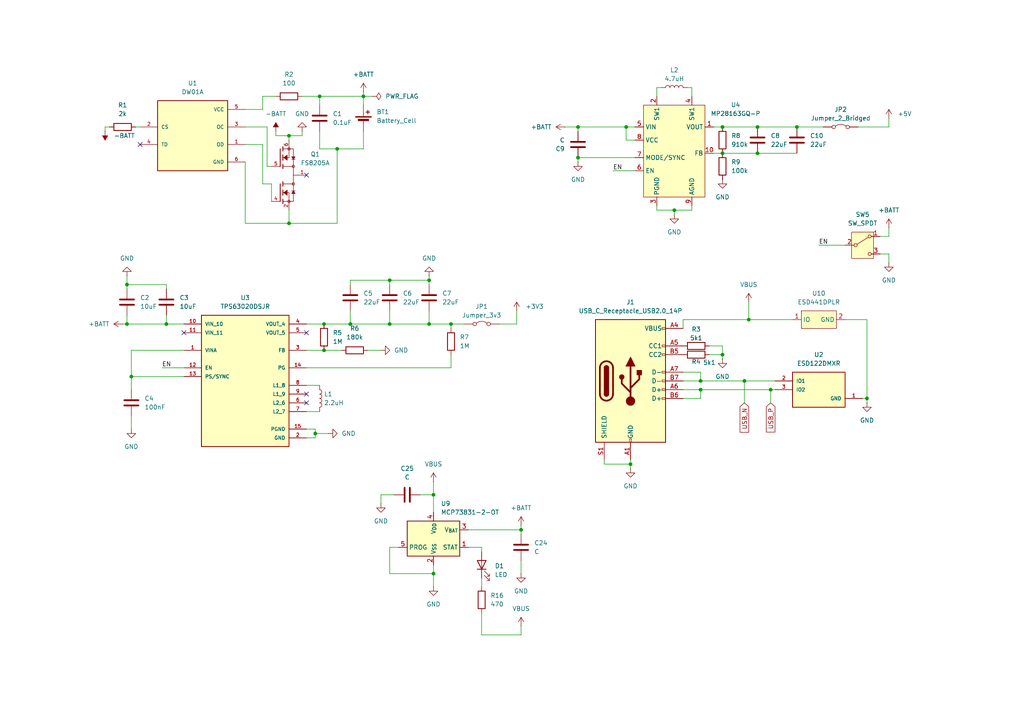
<source format=kicad_sch>
(kicad_sch (version 20250114) (generator "eeschema") (generator_version "9.0")
  (paper "A4")
  (title_block (title "NovaGlider") (date "2025-12-03") (rev "v1.1") (company "NovaGlider") (comment 1 "part of Saint-Barbara college") (comment 2 "created by Sam Vandenabeele"))
  (lib_symbols
    (symbol "Battery_Management:MCP73831-2-OT"
      (property "Reference" "U" (at -7.62 6.35 0))
      (property "Value" "MCP73831-2-OT" (at 1.27 6.35 0))
      (symbol "MCP73831-2-OT_0_1"
        (rectangle (start -7.62 5.08) (end 7.62 -5.08) (stroke (width 0.254)) (fill (type background)))
      )
      (symbol "MCP73831-2-OT_1_1"
        (pin input line (at -10.16 -2.54 0) (length 2.54) (name "PROG") (number "5"))
        (pin power_in line (at 0 7.62 270) (length 2.54) (name "V_{DD}") (number "4"))
        (pin power_in line (at 0 -7.62 90) (length 2.54) (name "V_{SS}") (number "2"))
        (pin power_out line (at 10.16 2.54 180) (length 2.54) (name "V_{BAT}") (number "3"))
        (pin tri_state line (at 10.16 -2.54 180) (length 2.54) (name "STAT") (number "1"))
      )
    )
    (symbol "Connector:USB_C_Receptacle_USB2.0_14P" (pin_names (offset 1.016))
      (property "Reference" "J" (at 0 22.225 0))
      (property "Value" "USB_C_Receptacle_USB2.0_14P" (at 0 19.685 0))
      (symbol "USB_C_Receptacle_USB2.0_14P_0_0"
        (rectangle (start -0.254 -17.78) (end 0.254 -16.764))
        (rectangle (start 10.16 15.494) (end 9.144 14.986))
        (rectangle (start 10.16 10.414) (end 9.144 9.906))
        (rectangle (start 10.16 7.874) (end 9.144 7.366))
        (rectangle (start 10.16 2.794) (end 9.144 2.286))
        (rectangle (start 10.16 0.254) (end 9.144 -0.254))
        (rectangle (start 10.16 -2.286) (end 9.144 -2.794))
        (rectangle (start 10.16 -4.826) (end 9.144 -5.334))
      )
      (symbol "USB_C_Receptacle_USB2.0_14P_0_1"
        (rectangle (start -10.16 17.78) (end 10.16 -17.78) (stroke (width 0.254)) (fill (type background)))
        (polyline (pts (xy -8.89 -3.81) (xy -8.89 3.81)) (stroke (width 0.508)))
        (rectangle (start -7.62 -3.81) (end -6.35 3.81) (stroke (width 0.254)) (fill (type outline)))
        (arc (start -7.62 3.81) (mid -6.985 4.4423) (end -6.35 3.81) (stroke (width 0.254)))
        (arc (start -7.62 3.81) (mid -6.985 4.4423) (end -6.35 3.81) (stroke (width 0.254)) (fill (type outline)))
        (arc (start -8.89 3.81) (mid -6.985 5.7067) (end -5.08 3.81) (stroke (width 0.508)))
        (arc (start -5.08 -3.81) (mid -6.985 -5.7067) (end -8.89 -3.81) (stroke (width 0.508)))
        (arc (start -6.35 -3.81) (mid -6.985 -4.4423) (end -7.62 -3.81) (stroke (width 0.254)))
        (arc (start -6.35 -3.81) (mid -6.985 -4.4423) (end -7.62 -3.81) (stroke (width 0.254)) (fill (type outline)))
        (polyline (pts (xy -5.08 3.81) (xy -5.08 -3.81)) (stroke (width 0.508)))
        (circle (center -2.54 1.143) (radius 0.635) (stroke (width 0.254)) (fill (type outline)))
        (polyline (pts (xy -1.27 4.318) (xy 0 6.858) (xy 1.27 4.318) (xy -1.27 4.318)) (stroke (width 0.254)) (fill (type outline)))
        (polyline (pts (xy 0 -2.032) (xy 2.54 0.508) (xy 2.54 1.778)) (stroke (width 0.508)))
        (polyline (pts (xy 0 -3.302) (xy -2.54 -0.762) (xy -2.54 0.508)) (stroke (width 0.508)))
        (polyline (pts (xy 0 -5.842) (xy 0 4.318)) (stroke (width 0.508)))
        (circle (center 0 -5.842) (radius 1.27) (fill (type outline)))
        (rectangle (start 1.905 1.778) (end 3.175 3.048) (stroke (width 0.254)) (fill (type outline)))
      )
      (symbol "USB_C_Receptacle_USB2.0_14P_1_1"
        (pin passive line (at -7.62 -22.86 90) (length 5.08) (name "SHIELD") (number "S1"))
        (pin passive line (at 0 -22.86 90) (length 5.08) (name "GND") (number "A1"))
        (pin passive line (at 0 -22.86 90) (length 5.08) (hide yes) (name "GND") (number "A12"))
        (pin passive line (at 0 -22.86 90) (length 5.08) (hide yes) (name "GND") (number "B1"))
        (pin passive line (at 0 -22.86 90) (length 5.08) (hide yes) (name "GND") (number "B12"))
        (pin passive line (at 15.24 15.24 180) (length 5.08) (name "VBUS") (number "A4"))
        (pin passive line (at 15.24 15.24 180) (length 5.08) (hide yes) (name "VBUS") (number "A9"))
        (pin passive line (at 15.24 15.24 180) (length 5.08) (hide yes) (name "VBUS") (number "B4"))
        (pin passive line (at 15.24 15.24 180) (length 5.08) (hide yes) (name "VBUS") (number "B9"))
        (pin bidirectional line (at 15.24 10.16 180) (length 5.08) (name "CC1") (number "A5"))
        (pin bidirectional line (at 15.24 7.62 180) (length 5.08) (name "CC2") (number "B5"))
        (pin bidirectional line (at 15.24 2.54 180) (length 5.08) (name "D-") (number "A7"))
        (pin bidirectional line (at 15.24 0 180) (length 5.08) (name "D-") (number "B7"))
        (pin bidirectional line (at 15.24 -2.54 180) (length 5.08) (name "D+") (number "A6"))
        (pin bidirectional line (at 15.24 -5.08 180) (length 5.08) (name "D+") (number "B6"))
      )
    )
    (symbol "DW01A:DW01A" (pin_names (offset 1.016))
      (property "Reference" "U" (at -10.16 11.43 0))
      (property "Value" "DW01A" (at -10.16 -12.7 0))
      (symbol "DW01A_0_0"
        (rectangle (start -10.16 -10.16) (end 10.16 10.16) (stroke (width 0.254)) (fill (type background)))
        (pin input line (at -15.24 2.54 0) (length 5.08) (name "CS") (number "2"))
        (pin passive line (at -15.24 -2.54 0) (length 5.08) (name "TD") (number "4"))
        (pin power_in line (at 15.24 7.62 180) (length 5.08) (name "VCC") (number "5"))
        (pin output line (at 15.24 2.54 180) (length 5.08) (name "OC") (number "3"))
        (pin output line (at 15.24 -2.54 180) (length 5.08) (name "OD") (number "1"))
        (pin power_in line (at 15.24 -7.62 180) (length 5.08) (name "GND") (number "6"))
      )
    )
    (symbol "Device:Battery_Cell" (pin_numbers (hide yes)) (pin_names (offset 0) (hide yes))
      (property "Reference" "BT" (at 2.54 2.54 0))
      (property "Value" "Battery_Cell" (at 2.54 0 0))
      (symbol "Battery_Cell_0_1"
        (rectangle (start -2.286 1.778) (end 2.286 1.524) (fill (type outline)))
        (rectangle (start -1.524 1.016) (end 1.524 0.508) (fill (type outline)))
        (polyline (pts (xy 0 1.778) (xy 0 2.54)))
        (polyline (pts (xy 0 0.762) (xy 0 0)))
        (polyline (pts (xy 0.762 3.048) (xy 1.778 3.048)) (stroke (width 0.254)))
        (polyline (pts (xy 1.27 3.556) (xy 1.27 2.54)) (stroke (width 0.254)))
      )
      (symbol "Battery_Cell_1_1"
        (pin passive line (at 0 5.08 270) (length 2.54) (name "+") (number "1"))
        (pin passive line (at 0 -2.54 90) (length 2.54) (name "-") (number "2"))
      )
    )
    (symbol "Device:C" (pin_numbers (hide yes)) (pin_names (offset 0.254))
      (property "Reference" "C" (at 0.635 2.54 0))
      (property "Value" "C" (at 0.635 -2.54 0))
      (symbol "C_0_1"
        (polyline (pts (xy -2.032 0.762) (xy 2.032 0.762)) (stroke (width 0.508)))
        (polyline (pts (xy -2.032 -0.762) (xy 2.032 -0.762)) (stroke (width 0.508)))
      )
      (symbol "C_1_1"
        (pin passive line (at 0 3.81 270) (length 2.794) (name "~") (number "1"))
        (pin passive line (at 0 -3.81 90) (length 2.794) (name "~") (number "2"))
      )
    )
    (symbol "Device:L" (pin_numbers (hide yes)) (pin_names (offset 1.016) (hide yes))
      (property "Reference" "L" (at -1.27 0 90))
      (property "Value" "L" (at 1.905 0 90))
      (symbol "L_0_1"
        (arc (start 0 2.54) (mid 0.6323 1.905) (end 0 1.27))
        (arc (start 0 1.27) (mid 0.6323 0.635) (end 0 0))
        (arc (start 0 0) (mid 0.6323 -0.635) (end 0 -1.27))
        (arc (start 0 -1.27) (mid 0.6323 -1.905) (end 0 -2.54))
      )
      (symbol "L_1_1"
        (pin passive line (at 0 3.81 270) (length 1.27) (name "1") (number "1"))
        (pin passive line (at 0 -3.81 90) (length 1.27) (name "2") (number "2"))
      )
    )
    (symbol "Device:LED" (pin_numbers (hide yes)) (pin_names (offset 1.016) (hide yes))
      (property "Reference" "D" (at 0 2.54 0))
      (property "Value" "LED" (at 0 -2.54 0))
      (symbol "LED_0_1"
        (polyline (pts (xy -3.048 -0.762) (xy -4.572 -2.286) (xy -3.81 -2.286) (xy -4.572 -2.286) (xy -4.572 -1.524)))
        (polyline (pts (xy -1.778 -0.762) (xy -3.302 -2.286) (xy -2.54 -2.286) (xy -3.302 -2.286) (xy -3.302 -1.524)))
        (polyline (pts (xy -1.27 0) (xy 1.27 0)))
        (polyline (pts (xy -1.27 -1.27) (xy -1.27 1.27)) (stroke (width 0.254)))
        (polyline (pts (xy 1.27 -1.27) (xy 1.27 1.27) (xy -1.27 0) (xy 1.27 -1.27)) (stroke (width 0.254)))
      )
      (symbol "LED_1_1"
        (pin passive line (at -3.81 0 0) (length 2.54) (name "K") (number "1"))
        (pin passive line (at 3.81 0 180) (length 2.54) (name "A") (number "2"))
      )
    )
    (symbol "Device:R" (pin_numbers (hide yes)) (pin_names (offset 0))
      (property "Reference" "R" (at 2.032 0 90))
      (property "Value" "R" (at 0 0 90))
      (symbol "R_0_1"
        (rectangle (start -1.016 -2.54) (end 1.016 2.54) (stroke (width 0.254)))
      )
      (symbol "R_1_1"
        (pin passive line (at 0 3.81 270) (length 1.27) (name "~") (number "1"))
        (pin passive line (at 0 -3.81 90) (length 1.27) (name "~") (number "2"))
      )
    )
    (symbol "ESD122DMXR:ESD122DMXR" (pin_names (offset 1.016))
      (property "Reference" "U" (at -7.62 6.35 0))
      (property "Value" "ESD122DMXR" (at -7.62 -7.62 0))
      (symbol "ESD122DMXR_0_0"
        (rectangle (start -7.62 -5.08) (end 7.62 5.08) (stroke (width 0.254)) (fill (type background)))
        (pin bidirectional line (at -12.7 2.54 0) (length 5.08) (name "IO1") (number "2"))
        (pin bidirectional line (at -12.7 0 0) (length 5.08) (name "IO2") (number "3"))
        (pin power_in line (at 12.7 -2.54 180) (length 5.08) (name "GND") (number "1"))
      )
    )
    (symbol "ESD441DPLR:ESD441DPLR"
      (property "Reference" "U" (at 5.08 3.302 0))
      (property "Value" "ESD441DPLR" (at 5.08 1.27 0))
      (symbol "ESD441DPLR_1_1"
        (rectangle (start 0 0) (end 10.16 -5.08) (fill (type background)))
        (pin bidirectional line (at -2.54 -2.54 0) (length 2.54) (name "IO") (number "1"))
        (pin power_out line (at 12.7 -2.54 180) (length 2.54) (name "GND") (number "2"))
      )
    )
    (symbol "FS8205A:FS8205A" (pin_names (offset 1.016))
      (property "Reference" "Q" (at -11.43 7.62 0))
      (property "Value" "FS8205A" (at -11.43 -12.7 0))
      (symbol "FS8205A_0_0"
        (polyline (pts (xy -2.54 7.62) (xy -2.54 2.54)) (stroke (width 0.254)))
        (polyline (pts (xy -2.54 -2.54) (xy -2.54 -7.62)) (stroke (width 0.254)))
        (polyline (pts (xy -1.778 8.255) (xy -1.778 7.62)) (stroke (width 0.254)))
        (polyline (pts (xy -1.778 7.62) (xy -1.778 6.985)) (stroke (width 0.254)))
        (polyline (pts (xy -1.778 7.62) (xy 1.27 7.62)) (stroke (width 0.1524)))
        (polyline (pts (xy -1.778 5.842) (xy -1.778 5.08)) (stroke (width 0.254)))
        (polyline (pts (xy -1.778 5.08) (xy -1.778 4.318)) (stroke (width 0.254)))
        (polyline (pts (xy -1.778 5.08) (xy 0 5.08)) (stroke (width 0.1524)))
        (polyline (pts (xy -1.778 3.175) (xy -1.778 2.54)) (stroke (width 0.254)))
        (polyline (pts (xy -1.778 2.54) (xy -1.778 1.905)) (stroke (width 0.254)))
        (polyline (pts (xy -1.778 -1.905) (xy -1.778 -2.54)) (stroke (width 0.254)))
        (polyline (pts (xy -1.778 -2.54) (xy -1.778 -3.175)) (stroke (width 0.254)))
        (polyline (pts (xy -1.778 -2.54) (xy 1.27 -2.54)) (stroke (width 0.1524)))
        (polyline (pts (xy -1.778 -4.318) (xy -1.778 -5.08)) (stroke (width 0.254)))
        (polyline (pts (xy -1.778 -5.08) (xy -1.778 -5.842)) (stroke (width 0.254)))
        (polyline (pts (xy -1.778 -5.08) (xy 0 -5.08)) (stroke (width 0.1524)))
        (polyline (pts (xy -1.778 -6.985) (xy -1.778 -7.62)) (stroke (width 0.254)))
        (polyline (pts (xy -1.778 -7.62) (xy -1.778 -8.255)) (stroke (width 0.254)))
        (polyline (pts (xy -1.524 5.08) (xy -0.508 5.842) (xy -0.508 4.318) (xy -1.524 5.08)) (stroke (width 0.1524)) (fill (type outline)))
        (polyline (pts (xy -1.524 -5.08) (xy -0.508 -4.318) (xy -0.508 -5.842) (xy -1.524 -5.08)) (stroke (width 0.1524)) (fill (type outline)))
        (circle (center 0 7.62) (radius 0.3592))
        (polyline (pts (xy 0 7.62) (xy 0 5.08)) (stroke (width 0.1524)))
        (polyline (pts (xy 0 -5.08) (xy 0 -7.62)) (stroke (width 0.1524)))
        (polyline (pts (xy 0 -7.62) (xy -1.778 -7.62)) (stroke (width 0.1524)))
        (polyline (pts (xy 0 -7.62) (xy 1.27 -7.62)) (stroke (width 0.1524)))
        (circle (center 0 -7.62) (radius 0.3592))
        (polyline (pts (xy 0.762 4.572) (xy 1.27 4.572)) (stroke (width 0.1524)))
        (polyline (pts (xy 1.27 4.572) (xy 1.27 7.62)) (stroke (width 0.1524)))
        (polyline (pts (xy 1.27 4.572) (xy 1.778 4.572)) (stroke (width 0.1524)))
        (polyline (pts (xy 1.27 4.572) (xy 1.778 5.334) (xy 0.762 5.334) (xy 1.27 4.572)) (stroke (width 0.1524)) (fill (type outline)))
        (polyline (pts (xy 1.27 2.54) (xy -1.778 2.54)) (stroke (width 0.1524)))
        (polyline (pts (xy 1.27 2.54) (xy 1.27 4.572)) (stroke (width 0.1524)))
        (circle (center 1.27 2.54) (radius 0.3592))
        (polyline (pts (xy 1.27 0) (xy 1.27 2.54)) (stroke (width 0.1524)))
        (polyline (pts (xy 1.27 0) (xy 2.54 0)) (stroke (width 0.1524)))
        (polyline (pts (xy 1.27 -2.54) (xy 1.27 0)) (stroke (width 0.1524)))
        (polyline (pts (xy 1.27 -2.54) (xy 1.27 -4.572)) (stroke (width 0.1524)))
        (circle (center 1.27 -2.54) (radius 0.3592))
        (polyline (pts (xy 1.27 -4.572) (xy 0.762 -4.572)) (stroke (width 0.1524)))
        (polyline (pts (xy 1.27 -4.572) (xy 1.27 -7.62)) (stroke (width 0.1524)))
        (polyline (pts (xy 1.27 -4.572) (xy 0.762 -5.334) (xy 1.778 -5.334) (xy 1.27 -4.572)) (stroke (width 0.1524)) (fill (type outline)))
        (polyline (pts (xy 1.778 -4.572) (xy 1.27 -4.572)) (stroke (width 0.1524)))
        (pin passive line (at -5.08 2.54 0) (length 2.54) (name "~") (number "5"))
        (pin passive line (at -5.08 -7.62 0) (length 2.54) (name "~") (number "4"))
        (pin passive line (at 0 10.16 270) (length 2.54) (name "~") (number "6"))
        (pin passive line (at 0 10.16 270) (length 2.54) (hide yes) (name "~") (number "7"))
        (pin passive line (at 0 -10.16 90) (length 2.54) (name "~") (number "2"))
        (pin passive line (at 0 -10.16 90) (length 2.54) (hide yes) (name "~") (number "3"))
        (pin passive line (at 5.08 0 180) (length 2.54) (name "~") (number "1"))
        (pin passive line (at 5.08 0 180) (length 2.54) (hide yes) (name "~") (number "8"))
      )
    )
    (symbol "Jumper:Jumper_2_Bridged" (pin_numbers (hide yes)) (pin_names (offset 0) (hide yes))
      (property "Reference" "JP" (at 0 1.905 0))
      (property "Value" "Jumper_2_Bridged" (at 0 -2.54 0))
      (symbol "Jumper_2_Bridged_0_0"
        (circle (center -2.032 0) (radius 0.508))
        (circle (center 2.032 0) (radius 0.508))
      )
      (symbol "Jumper_2_Bridged_0_1"
        (arc (start -1.524 0.254) (mid 0 0.762) (end 1.524 0.254))
      )
      (symbol "Jumper_2_Bridged_1_1"
        (pin passive line (at -5.08 0 0) (length 2.54) (name "A") (number "1"))
        (pin passive line (at 5.08 0 180) (length 2.54) (name "B") (number "2"))
      )
    )
    (symbol "MP28163:MP28163"
      (property "Reference" "U" (at 8.89 10.668 0))
      (property "Value" "MP28163GQ-P" (at 9.144 8.128 0))
      (symbol "MP28163_1_1"
        (rectangle (start 0 0) (end 17.78 -26.67) (fill (type background)))
        (pin power_in line (at -2.54 -6.35 0) (length 2.54) (name "VIN") (number "5"))
        (pin power_in line (at -2.54 -10.16 0) (length 2.54) (name "VCC") (number "8"))
        (pin input line (at -2.54 -15.24 0) (length 2.54) (name "MODE/SYNC") (number "7"))
        (pin input line (at -2.54 -19.05 0) (length 2.54) (name "EN") (number "6"))
        (pin input line (at 3.81 2.54 270) (length 2.54) (name "SW1") (number "2"))
        (pin power_in line (at 3.81 -29.21 90) (length 2.54) (name "PGND") (number "3"))
        (pin input line (at 13.97 2.54 270) (length 2.54) (name "SW1") (number "4"))
        (pin power_in line (at 13.97 -29.21 90) (length 2.54) (name "AGND") (number "9"))
        (pin power_out line (at 20.32 -6.35 180) (length 2.54) (name "VOUT") (number "1"))
        (pin output line (at 20.32 -13.97 180) (length 2.54) (name "FB") (number "10"))
      )
    )
    (symbol "Switch:SW_SPDT" (pin_names (offset 0) (hide yes))
      (property "Reference" "SW" (at 0 5.08 0))
      (property "Value" "SW_SPDT" (at 0 -5.08 0))
      (symbol "SW_SPDT_0_1"
        (circle (center -2.032 0) (radius 0.4572))
        (polyline (pts (xy -1.651 0.254) (xy 1.651 2.286)))
        (circle (center 2.032 2.54) (radius 0.4572))
        (circle (center 2.032 -2.54) (radius 0.4572))
      )
      (symbol "SW_SPDT_1_1"
        (rectangle (start -3.175 3.81) (end 3.175 -3.81) (fill (type background)))
        (pin passive line (at -5.08 0 0) (length 2.54) (name "B") (number "2"))
        (pin passive line (at 5.08 2.54 180) (length 2.54) (name "A") (number "1"))
        (pin passive line (at 5.08 -2.54 180) (length 2.54) (name "C") (number "3"))
      )
    )
    (symbol "TPS63020DSJR:TPS63020DSJR" (pin_names (offset 1.016))
      (property "Reference" "U" (at -12.7 19.05 0))
      (property "Value" "TPS63020DSJR" (at -12.7 -21.59 0))
      (symbol "TPS63020DSJR_0_0"
        (rectangle (start -12.7 -20.32) (end 12.7 17.78) (stroke (width 0.254)) (fill (type background)))
        (pin input line (at -17.78 15.24 0) (length 5.08) (name "VIN_10") (number "10"))
        (pin input line (at -17.78 12.7 0) (length 5.08) (name "VIN_11") (number "11"))
        (pin input line (at -17.78 7.62 0) (length 5.08) (name "VINA") (number "1"))
        (pin input line (at -17.78 2.54 0) (length 5.08) (name "EN") (number "12"))
        (pin input line (at -17.78 0 0) (length 5.08) (name "PS/SYNC") (number "13"))
        (pin output line (at 17.78 15.24 180) (length 5.08) (name "VOUT_4") (number "4"))
        (pin output line (at 17.78 12.7 180) (length 5.08) (name "VOUT_5") (number "5"))
        (pin input line (at 17.78 7.62 180) (length 5.08) (name "FB") (number "3"))
        (pin output line (at 17.78 2.54 180) (length 5.08) (name "PG") (number "14"))
        (pin passive line (at 17.78 -2.54 180) (length 5.08) (name "L1_8") (number "8"))
        (pin passive line (at 17.78 -5.08 180) (length 5.08) (name "L1_9") (number "9"))
        (pin passive line (at 17.78 -7.62 180) (length 5.08) (name "L2_6") (number "6"))
        (pin passive line (at 17.78 -10.16 180) (length 5.08) (name "L2_7") (number "7"))
        (pin power_in line (at 17.78 -15.24 180) (length 5.08) (name "PGND") (number "15"))
        (pin power_in line (at 17.78 -17.78 180) (length 5.08) (name "GND") (number "2"))
      )
    )
    (symbol "power:+3V3" (power) (pin_numbers (hide yes)) (pin_names (offset 0) (hide yes))
      (property "Value" "+3V3" (at 0 3.556 0))
      (symbol "+3V3_0_1"
        (polyline (pts (xy -0.762 1.27) (xy 0 2.54)))
        (polyline (pts (xy 0 2.54) (xy 0.762 1.27)))
        (polyline (pts (xy 0 0) (xy 0 2.54)))
      )
      (symbol "+3V3_1_1"
        (pin power_in line (at 0 0 90) (length 0) (name "~") (number "1"))
      )
    )
    (symbol "power:+5V" (power) (pin_numbers (hide yes)) (pin_names (offset 0) (hide yes))
      (property "Value" "+5V" (at 0 3.556 0))
      (symbol "+5V_0_1"
        (polyline (pts (xy -0.762 1.27) (xy 0 2.54)))
        (polyline (pts (xy 0 2.54) (xy 0.762 1.27)))
        (polyline (pts (xy 0 0) (xy 0 2.54)))
      )
      (symbol "+5V_1_1"
        (pin power_in line (at 0 0 90) (length 0) (name "~") (number "1"))
      )
    )
    (symbol "power:+BATT" (power) (pin_numbers (hide yes)) (pin_names (offset 0) (hide yes))
      (property "Value" "+BATT" (at 0 3.556 0))
      (symbol "+BATT_0_1"
        (polyline (pts (xy -0.762 1.27) (xy 0 2.54)))
        (polyline (pts (xy 0 2.54) (xy 0.762 1.27)))
        (polyline (pts (xy 0 0) (xy 0 2.54)))
      )
      (symbol "+BATT_1_1"
        (pin power_in line (at 0 0 90) (length 0) (name "~") (number "1"))
      )
    )
    (symbol "power:-BATT" (power) (pin_numbers (hide yes)) (pin_names (offset 0) (hide yes))
      (property "Value" "-BATT" (at 0 3.556 0))
      (symbol "-BATT_0_1"
        (polyline (pts (xy 0 0) (xy 0 2.54)))
        (polyline (pts (xy 0.762 1.27) (xy -0.762 1.27) (xy 0 2.54) (xy 0.762 1.27)) (fill (type outline)))
      )
      (symbol "-BATT_1_1"
        (pin power_in line (at 0 0 90) (length 0) (name "~") (number "1"))
      )
    )
    (symbol "power:GND" (power) (pin_numbers (hide yes)) (pin_names (offset 0) (hide yes))
      (property "Value" "GND" (at 0 -3.81 0))
      (symbol "GND_0_1"
        (polyline (pts (xy 0 0) (xy 0 -1.27) (xy 1.27 -1.27) (xy 0 -2.54) (xy -1.27 -1.27) (xy 0 -1.27)))
      )
      (symbol "GND_1_1"
        (pin power_in line (at 0 0 270) (length 0) (name "~") (number "1"))
      )
    )
    (symbol "power:PWR_FLAG" (power) (pin_numbers (hide yes)) (pin_names (offset 0) (hide yes))
      (property "Value" "PWR_FLAG" (at 0 3.81 0))
      (symbol "PWR_FLAG_0_0"
        (pin power_out line (at 0 0 90) (length 0) (name "~") (number "1"))
      )
      (symbol "PWR_FLAG_0_1"
        (polyline (pts (xy 0 0) (xy 0 1.27) (xy -1.016 1.905) (xy 0 2.54) (xy 1.016 1.905) (xy 0 1.27)))
      )
    )
    (symbol "power:VBUS" (power) (pin_numbers (hide yes)) (pin_names (offset 0) (hide yes))
      (property "Value" "VBUS" (at 0 3.556 0))
      (symbol "VBUS_0_1"
        (polyline (pts (xy -0.762 1.27) (xy 0 2.54)))
        (polyline (pts (xy 0 2.54) (xy 0.762 1.27)))
        (polyline (pts (xy 0 0) (xy 0 2.54)))
      )
      (symbol "VBUS_1_1"
        (pin power_in line (at 0 0 90) (length 0) (name "~") (number "1"))
      )
    )
  )
  (junction (at 217.17 92.71))
  (junction (at 167.64 45.72))
  (junction (at 209.55 36.83))
  (junction (at 93.98 101.6))
  (junction (at 167.64 36.83))
  (junction (at 130.81 93.98))
  (junction (at 113.03 81.28))
  (junction (at 113.03 93.98))
  (junction (at 219.71 44.45))
  (junction (at 93.98 93.98))
  (junction (at 195.58 60.96))
  (junction (at 125.73 143.51))
  (junction (at 151.13 153.67))
  (junction (at 215.9 110.49))
  (junction (at 125.73 166.37))
  (junction (at 101.6 93.98))
  (junction (at 219.71 36.83))
  (junction (at 251.46 115.57))
  (junction (at 91.44 125.73))
  (junction (at 203.2 110.49))
  (junction (at 83.82 39.37))
  (junction (at 124.46 93.98))
  (junction (at 209.55 102.87))
  (junction (at 105.41 27.94))
  (junction (at 203.2 113.03))
  (junction (at 124.46 81.28))
  (junction (at 36.83 82.55))
  (junction (at 92.71 27.94))
  (junction (at 209.55 44.45))
  (junction (at 48.26 93.98))
  (junction (at 97.79 43.18))
  (junction (at 83.82 64.77))
  (junction (at 182.88 134.62))
  (junction (at 38.1 109.22))
  (junction (at 36.83 93.98))
  (junction (at 223.52 113.03))
  (junction (at 181.61 36.83))
  (junction (at 231.14 36.83))
  (no_connect (at 53.34 96.52))
  (no_connect (at 88.9 114.3))
  (no_connect (at 88.9 50.8))
  (no_connect (at 88.9 96.52))
  (no_connect (at 88.9 116.84))
  (no_connect (at 40.64 41.91))
  (wire (pts (xy 101.6 93.98) (xy 93.98 93.98)))
  (wire (pts (xy 223.52 113.03) (xy 223.52 116.84)))
  (wire (pts (xy 175.26 134.62) (xy 182.88 134.62)))
  (wire (pts (xy 88.9 101.6) (xy 93.98 101.6)))
  (wire (pts (xy 76.2 53.34) (xy 78.74 53.34)))
  (wire (pts (xy 77.47 36.83) (xy 71.12 36.83)))
  (wire (pts (xy 30.48 36.83) (xy 31.75 36.83)))
  (wire (pts (xy 151.13 153.67) (xy 151.13 154.94)))
  (wire (pts (xy 231.14 36.83) (xy 238.76 36.83)))
  (wire (pts (xy 182.88 134.62) (xy 182.88 135.89)))
  (wire (pts (xy 80.01 38.1) (xy 80.01 39.37)))
  (wire (pts (xy 135.89 153.67) (xy 151.13 153.67)))
  (wire (pts (xy 203.2 110.49) (xy 215.9 110.49)))
  (wire (pts (xy 48.26 91.44) (xy 48.26 93.98)))
  (wire (pts (xy 93.98 101.6) (xy 99.06 101.6)))
  (wire (pts (xy 124.46 80.01) (xy 124.46 81.28)))
  (wire (pts (xy 205.74 100.33) (xy 209.55 100.33)))
  (wire (pts (xy 46.99 106.68) (xy 53.34 106.68)))
  (wire (pts (xy 125.73 139.7) (xy 125.73 143.51)))
  (wire (pts (xy 135.89 158.75) (xy 139.7 158.75)))
  (wire (pts (xy 125.73 163.83) (xy 125.73 166.37)))
  (wire (pts (xy 223.52 113.03) (xy 224.79 113.03)))
  (wire (pts (xy 76.2 53.34) (xy 76.2 41.91)))
  (wire (pts (xy 124.46 81.28) (xy 113.03 81.28)))
  (wire (pts (xy 48.26 82.55) (xy 48.26 83.82)))
  (wire (pts (xy 130.81 93.98) (xy 134.62 93.98)))
  (wire (pts (xy 113.03 90.17) (xy 113.03 93.98)))
  (wire (pts (xy 83.82 39.37) (xy 83.82 40.64)))
  (wire (pts (xy 175.26 133.35) (xy 175.26 134.62)))
  (wire (pts (xy 130.81 106.68) (xy 88.9 106.68)))
  (wire (pts (xy 83.82 64.77) (xy 83.82 60.96)))
  (wire (pts (xy 80.01 39.37) (xy 83.82 39.37)))
  (wire (pts (xy 195.58 60.96) (xy 195.58 62.23)))
  (wire (pts (xy 167.64 46.99) (xy 167.64 45.72)))
  (wire (pts (xy 71.12 31.75) (xy 76.2 31.75)))
  (wire (pts (xy 207.01 36.83) (xy 209.55 36.83)))
  (wire (pts (xy 163.83 36.83) (xy 167.64 36.83)))
  (wire (pts (xy 255.27 73.66) (xy 257.81 73.66)))
  (wire (pts (xy 139.7 177.8) (xy 139.7 184.15)))
  (wire (pts (xy 113.03 93.98) (xy 101.6 93.98)))
  (wire (pts (xy 39.37 36.83) (xy 40.64 36.83)))
  (wire (pts (xy 190.5 59.69) (xy 190.5 60.96)))
  (wire (pts (xy 78.74 53.34) (xy 78.74 58.42)))
  (wire (pts (xy 76.2 31.75) (xy 76.2 27.94)))
  (wire (pts (xy 106.68 101.6) (xy 110.49 101.6)))
  (wire (pts (xy 76.2 41.91) (xy 71.12 41.91)))
  (wire (pts (xy 113.03 166.37) (xy 125.73 166.37)))
  (wire (pts (xy 219.71 36.83) (xy 231.14 36.83)))
  (wire (pts (xy 209.55 36.83) (xy 219.71 36.83)))
  (wire (pts (xy 36.83 91.44) (xy 36.83 93.98)))
  (wire (pts (xy 198.12 92.71) (xy 198.12 95.25)))
  (wire (pts (xy 88.9 111.76) (xy 92.71 111.76)))
  (wire (pts (xy 101.6 81.28) (xy 113.03 81.28)))
  (wire (pts (xy 190.5 60.96) (xy 195.58 60.96)))
  (wire (pts (xy 130.81 102.87) (xy 130.81 106.68)))
  (wire (pts (xy 113.03 82.55) (xy 113.03 81.28)))
  (wire (pts (xy 130.81 93.98) (xy 130.81 95.25)))
  (wire (pts (xy 105.41 38.1) (xy 105.41 43.18)))
  (wire (pts (xy 101.6 82.55) (xy 101.6 81.28)))
  (wire (pts (xy 181.61 40.64) (xy 181.61 36.83)))
  (wire (pts (xy 125.73 166.37) (xy 125.73 170.18)))
  (wire (pts (xy 38.1 109.22) (xy 38.1 113.03)))
  (wire (pts (xy 38.1 101.6) (xy 38.1 109.22)))
  (wire (pts (xy 251.46 115.57) (xy 251.46 116.84)))
  (wire (pts (xy 149.86 93.98) (xy 149.86 90.17)))
  (wire (pts (xy 151.13 184.15) (xy 151.13 181.61)))
  (wire (pts (xy 101.6 90.17) (xy 101.6 93.98)))
  (wire (pts (xy 87.63 38.1) (xy 87.63 39.37)))
  (wire (pts (xy 255.27 68.58) (xy 257.81 68.58)))
  (wire (pts (xy 105.41 27.94) (xy 105.41 30.48)))
  (wire (pts (xy 182.88 133.35) (xy 182.88 134.62)))
  (wire (pts (xy 92.71 27.94) (xy 105.41 27.94)))
  (wire (pts (xy 203.2 113.03) (xy 223.52 113.03)))
  (wire (pts (xy 215.9 110.49) (xy 224.79 110.49)))
  (wire (pts (xy 97.79 64.77) (xy 83.82 64.77)))
  (wire (pts (xy 125.73 143.51) (xy 125.73 148.59)))
  (wire (pts (xy 36.83 82.55) (xy 36.83 83.82)))
  (wire (pts (xy 207.01 44.45) (xy 209.55 44.45)))
  (wire (pts (xy 237.49 71.12) (xy 245.11 71.12)))
  (wire (pts (xy 48.26 93.98) (xy 53.34 93.98)))
  (wire (pts (xy 209.55 104.14) (xy 209.55 102.87)))
  (wire (pts (xy 151.13 153.67) (xy 151.13 152.4)))
  (wire (pts (xy 97.79 43.18) (xy 97.79 64.77)))
  (wire (pts (xy 139.7 167.64) (xy 139.7 170.18)))
  (wire (pts (xy 121.92 143.51) (xy 125.73 143.51)))
  (wire (pts (xy 219.71 44.45) (xy 231.14 44.45)))
  (wire (pts (xy 76.2 27.94) (xy 80.01 27.94)))
  (wire (pts (xy 36.83 82.55) (xy 48.26 82.55)))
  (wire (pts (xy 115.57 158.75) (xy 113.03 158.75)))
  (wire (pts (xy 181.61 36.83) (xy 184.15 36.83)))
  (wire (pts (xy 36.83 80.01) (xy 36.83 82.55)))
  (wire (pts (xy 124.46 82.55) (xy 124.46 81.28)))
  (wire (pts (xy 144.78 93.98) (xy 149.86 93.98)))
  (wire (pts (xy 200.66 27.94) (xy 200.66 25.4)))
  (wire (pts (xy 114.3 143.51) (xy 110.49 143.51)))
  (wire (pts (xy 167.64 36.83) (xy 181.61 36.83)))
  (wire (pts (xy 257.81 68.58) (xy 257.81 66.04)))
  (wire (pts (xy 257.81 34.29) (xy 257.81 36.83)))
  (wire (pts (xy 30.48 38.1) (xy 30.48 36.83)))
  (wire (pts (xy 200.66 25.4) (xy 199.39 25.4)))
  (wire (pts (xy 124.46 90.17) (xy 124.46 93.98)))
  (wire (pts (xy 35.56 93.98) (xy 36.83 93.98)))
  (wire (pts (xy 36.83 93.98) (xy 48.26 93.98)))
  (wire (pts (xy 91.44 125.73) (xy 95.25 125.73)))
  (wire (pts (xy 88.9 124.46) (xy 91.44 124.46)))
  (wire (pts (xy 124.46 93.98) (xy 113.03 93.98)))
  (wire (pts (xy 71.12 64.77) (xy 83.82 64.77)))
  (wire (pts (xy 198.12 92.71) (xy 217.17 92.71)))
  (wire (pts (xy 87.63 27.94) (xy 92.71 27.94)))
  (wire (pts (xy 217.17 92.71) (xy 229.87 92.71)))
  (wire (pts (xy 124.46 93.98) (xy 130.81 93.98)))
  (wire (pts (xy 92.71 38.1) (xy 92.71 43.18)))
  (wire (pts (xy 190.5 25.4) (xy 191.77 25.4)))
  (wire (pts (xy 195.58 60.96) (xy 200.66 60.96)))
  (wire (pts (xy 38.1 101.6) (xy 53.34 101.6)))
  (wire (pts (xy 88.9 119.38) (xy 92.71 119.38)))
  (wire (pts (xy 198.12 107.95) (xy 203.2 107.95)))
  (wire (pts (xy 257.81 73.66) (xy 257.81 76.2)))
  (wire (pts (xy 184.15 40.64) (xy 181.61 40.64)))
  (wire (pts (xy 139.7 184.15) (xy 151.13 184.15)))
  (wire (pts (xy 77.47 48.26) (xy 78.74 48.26)))
  (wire (pts (xy 38.1 120.65) (xy 38.1 124.46)))
  (wire (pts (xy 113.03 158.75) (xy 113.03 166.37)))
  (wire (pts (xy 200.66 59.69) (xy 200.66 60.96)))
  (wire (pts (xy 77.47 48.26) (xy 77.47 36.83)))
  (wire (pts (xy 205.74 102.87) (xy 209.55 102.87)))
  (wire (pts (xy 167.64 38.1) (xy 167.64 36.83)))
  (wire (pts (xy 248.92 36.83) (xy 257.81 36.83)))
  (wire (pts (xy 198.12 113.03) (xy 203.2 113.03)))
  (wire (pts (xy 151.13 162.56) (xy 151.13 166.37)))
  (wire (pts (xy 110.49 143.51) (xy 110.49 146.05)))
  (wire (pts (xy 245.11 92.71) (xy 251.46 92.71)))
  (wire (pts (xy 92.71 30.48) (xy 92.71 27.94)))
  (wire (pts (xy 105.41 43.18) (xy 97.79 43.18)))
  (wire (pts (xy 88.9 127) (xy 91.44 127)))
  (wire (pts (xy 38.1 109.22) (xy 53.34 109.22)))
  (wire (pts (xy 215.9 110.49) (xy 215.9 116.84)))
  (wire (pts (xy 105.41 26.67) (xy 105.41 27.94)))
  (wire (pts (xy 250.19 115.57) (xy 251.46 115.57)))
  (wire (pts (xy 71.12 46.99) (xy 71.12 64.77)))
  (wire (pts (xy 139.7 158.75) (xy 139.7 160.02)))
  (wire (pts (xy 209.55 100.33) (xy 209.55 102.87)))
  (wire (pts (xy 91.44 127) (xy 91.44 125.73)))
  (wire (pts (xy 88.9 93.98) (xy 93.98 93.98)))
  (wire (pts (xy 251.46 92.71) (xy 251.46 115.57)))
  (wire (pts (xy 190.5 27.94) (xy 190.5 25.4)))
  (wire (pts (xy 167.64 45.72) (xy 184.15 45.72)))
  (wire (pts (xy 209.55 44.45) (xy 219.71 44.45)))
  (wire (pts (xy 198.12 115.57) (xy 203.2 115.57)))
  (wire (pts (xy 198.12 110.49) (xy 203.2 110.49)))
  (wire (pts (xy 177.8 49.53) (xy 184.15 49.53)))
  (wire (pts (xy 91.44 124.46) (xy 91.44 125.73)))
  (wire (pts (xy 203.2 115.57) (xy 203.2 113.03)))
  (wire (pts (xy 105.41 27.94) (xy 107.95 27.94)))
  (wire (pts (xy 92.71 43.18) (xy 97.79 43.18)))
  (wire (pts (xy 217.17 87.63) (xy 217.17 92.71)))
  (wire (pts (xy 203.2 107.95) (xy 203.2 110.49)))
  (wire (pts (xy 83.82 39.37) (xy 87.63 39.37)))
  (label "EN" (at 237.49 71.12 0))
  (label "EN" (at 177.8 49.53 0))
  (label "EN" (at 46.99 106.68 0))
  (global_label "USB_P" (shape input) (at 223.52 116.84 270) (property "Intersheetrefs" "${INTERSHEET_REFS}" (effects (hide yes))))
  (global_label "USB_N" (shape input) (at 215.9 116.84 270) (property "Intersheetrefs" "${INTERSHEET_REFS}" (effects (hide yes))))
  (symbol (lib_id "Device:Battery_Cell") (at 105.41 35.56 0) (unit 1)
    (property "Reference" "BT1" (at 109.22 32.4484 0) (effects (justify left)))
    (property "Value" "Battery_Cell" (at 109.22 34.9884 0) (effects (justify left)))
    (property "Description" "Single-cell battery" (effects (hide yes)))
  )
  (symbol (lib_id "power:+BATT") (at 257.81 66.04 0) (unit 1)
    (property "Reference" "#PWR063" (effects (hide yes)))
    (property "Value" "+BATT" (at 257.81 60.96 0))
    (property "Description" "Power symbol creates a global label with name \"+BATT\"" (effects (hide yes)))
  )
  (symbol (lib_id "Device:C") (at 118.11 143.51 270) (unit 1)
    (property "Reference" "C25" (at 118.11 135.89 90))
    (property "Value" "C" (at 118.11 138.43 90))
    (property "Description" "Unpolarized capacitor" (effects (hide yes)))
  )
  (symbol (lib_id "Device:R") (at 209.55 40.64 0) (unit 1)
    (property "Reference" "R8" (at 212.09 39.3699 0) (effects (justify left)))
    (property "Value" "910k" (at 212.09 41.9099 0) (effects (justify left)))
    (property "Description" "Resistor" (effects (hide yes)))
  )
  (symbol (lib_id "power:VBUS") (at 217.17 87.63 0) (unit 1)
    (property "Reference" "#PWR055" (effects (hide yes)))
    (property "Value" "VBUS" (at 217.17 82.55 0))
    (property "Description" "Power symbol creates a global label with name \"VBUS\"" (effects (hide yes)))
  )
  (symbol (lib_id "power:VBUS") (at 125.73 139.7 0) (unit 1)
    (property "Reference" "#PWR06" (effects (hide yes)))
    (property "Value" "VBUS" (at 125.73 134.62 0))
    (property "Description" "Power symbol creates a global label with name \"VBUS\"" (effects (hide yes)))
  )
  (symbol (lib_id "FS8205A:FS8205A") (at 83.82 50.8 0) (unit 1)
    (property "Reference" "Q1" (at 91.44 44.7292 0))
    (property "Value" "FS8205A" (at 91.44 47.2692 0))
    (property "Footprint" "FS8205A:SOP65P640X120-8N" (effects (hide yes)))
    (property "MF" "Fortune Semiconductor" (effects (hide yes)))
    (property "MAXIMUM_PACKAGE_HEIGHT" "1.2mm" (effects (hide yes)))
    (property "Package" "Package" (effects (hide yes)))
    (property "Price" "None" (effects (hide yes)))
    (property "Check_prices" "https://www.snapeda.com/parts/FS8205A/Fortune+Semiconductor/view-part/?ref=eda" (effects (hide yes)))
    (property "STANDARD" "IPC 7351B" (effects (hide yes)))
    (property "PARTREV" "1.7" (effects (hide yes)))
    (property "SnapEDA_Link" "https://www.snapeda.com/parts/FS8205A/Fortune+Semiconductor/view-part/?ref=snap" (effects (hide yes)))
    (property "MP" "FS8205A" (effects (hide yes)))
    (property "Availability" "In Stock" (effects (hide yes)))
    (property "MANUFACTURER" "Fortune Semiconductor" (effects (hide yes)))
  )
  (symbol (lib_id "Jumper:Jumper_2_Bridged") (at 139.7 93.98 0) (unit 1)
    (property "Reference" "JP1" (at 139.7 88.9 0))
    (property "Value" "Jumper_3v3" (at 139.7 91.44 0))
    (property "Description" "Jumper, 2-pole, closed/bridged" (effects (hide yes)))
  )
  (symbol (lib_id "Device:R") (at 201.93 100.33 90) (unit 1)
    (property "Reference" "R3" (at 201.93 95.504 90))
    (property "Value" "5k1" (at 201.93 98.044 90))
    (property "Description" "Resistor" (effects (hide yes)))
  )
  (symbol (lib_id "Device:C") (at 92.71 34.29 0) (unit 1)
    (property "Reference" "C1" (at 96.52 33.0199 0) (effects (justify left)))
    (property "Value" "0.1uF" (at 96.52 35.5599 0) (effects (justify left)))
    (property "Description" "Unpolarized capacitor" (effects (hide yes)))
  )
  (symbol (lib_id "power:+BATT") (at 35.56 93.98 90) (unit 1)
    (property "Reference" "#PWR08" (effects (hide yes)))
    (property "Value" "+BATT" (at 31.75 93.9799 90) (effects (justify left)))
    (property "Description" "Power symbol creates a global label with name \"+BATT\"" (effects (hide yes)))
  )
  (symbol (lib_id "Device:R") (at 93.98 97.79 0) (unit 1)
    (property "Reference" "R5" (at 96.52 96.5199 0) (effects (justify left)))
    (property "Value" "1M" (at 96.52 99.0599 0) (effects (justify left)))
    (property "Description" "Resistor" (effects (hide yes)))
  )
  (symbol (lib_id "power:GND") (at 195.58 62.23 0) (unit 1)
    (property "Reference" "#PWR017" (effects (hide yes)))
    (property "Value" "GND" (at 195.58 67.31 0))
    (property "Description" "Power symbol creates a global label with name \"GND\" , ground" (effects (hide yes)))
  )
  (symbol (lib_id "TPS63020DSJR:TPS63020DSJR") (at 71.12 109.22 0) (unit 1)
    (property "Reference" "U3" (at 71.12 86.36 0))
    (property "Value" "TPS63020DSJR" (at 71.12 88.9 0))
    (property "Footprint" "TPS63020DSJR:IC_TPS63020DSJR" (effects (hide yes)))
    (property "MF" "Texas Instruments" (effects (hide yes)))
    (property "Mouser-Purchase-URL" "https://snapeda.com/shop?store=Mouser&id=296571" (effects (hide yes)))
    (property "Description_1" "High Efficiency Single Inductor Buck-Boost Converter with 4A Switch" (effects (hide yes)))
    (property "Package" "VSON-14 Texas Instruments" (effects (hide yes)))
    (property "Price" "None" (effects (hide yes)))
    (property "SnapEDA_Link" "https://www.snapeda.com/parts/TPS63020DSJR/Texas+Instruments/view-part/?ref=snap" (effects (hide yes)))
    (property "MP" "TPS63020DSJR" (effects (hide yes)))
    (property "Texas_Instruments-Purchase-URL" "https://snapeda.com/shop?store=Texas+Instruments&id=296571" (effects (hide yes)))
    (property "DigiKey-Purchase-URL" "https://snapeda.com/shop?store=DigiKey&id=296571" (effects (hide yes)))
    (property "Availability" "In Stock" (effects (hide yes)))
    (property "Check_prices" "https://www.snapeda.com/parts/TPS63020DSJR/Texas+Instruments/view-part/?ref=eda" (effects (hide yes)))
  )
  (symbol (lib_id "power:GND") (at 124.46 80.01 180) (unit 1)
    (property "Reference" "#PWR012" (effects (hide yes)))
    (property "Value" "GND" (at 124.46 74.93 0))
    (property "Description" "Power symbol creates a global label with name \"GND\" , ground" (effects (hide yes)))
  )
  (symbol (lib_id "power:GND") (at 182.88 135.89 0) (unit 1)
    (property "Reference" "#PWR07" (effects (hide yes)))
    (property "Value" "GND" (at 182.88 140.97 0))
    (property "Description" "Power symbol creates a global label with name \"GND\" , ground" (effects (hide yes)))
  )
  (symbol (lib_id "power:GND") (at 36.83 80.01 180) (unit 1)
    (property "Reference" "#PWR09" (effects (hide yes)))
    (property "Value" "GND" (at 36.83 74.93 0))
    (property "Description" "Power symbol creates a global label with name \"GND\" , ground" (effects (hide yes)))
  )
  (symbol (lib_id "power:GND") (at 87.63 38.1 180) (unit 1)
    (property "Reference" "#PWR050" (effects (hide yes)))
    (property "Value" "GND" (at 87.63 33.02 0))
    (property "Description" "Power symbol creates a global label with name \"GND\" , ground" (effects (hide yes)))
  )
  (symbol (lib_id "MP28163:MP28163") (at 186.69 30.48 0) (unit 1)
    (property "Reference" "U4" (at 213.36 30.4098 0))
    (property "Value" "MP28163GQ-P" (at 213.36 32.9498 0))
    (property "Footprint" "Package_DFN_QFN:DFN-10-1EP_3x3mm_P0.5mm_EP1.7x2.5mm" (effects (hide yes)))
    (property "Datasheet" "https://www.snapeda.com/parts/MP28163GQ-P/Monolithic%20Power/datasheet/" (effects (hide yes)))
    (property "Description" "High Efficiency Single Inductor Buck-Boost Converter with 2.9A Switches" (effects (hide yes)))
  )
  (symbol (lib_id "Device:C") (at 101.6 86.36 0) (unit 1)
    (property "Reference" "C5" (at 105.41 85.0899 0) (effects (justify left)))
    (property "Value" "22uF" (at 105.41 87.6299 0) (effects (justify left)))
    (property "Description" "Unpolarized capacitor" (effects (hide yes)))
  )
  (symbol (lib_id "power:+BATT") (at 105.41 26.67 0) (unit 1)
    (property "Reference" "#PWR01" (effects (hide yes)))
    (property "Value" "+BATT" (at 105.41 21.59 0))
    (property "Description" "Power symbol creates a global label with name \"+BATT\"" (effects (hide yes)))
  )
  (symbol (lib_id "power:GND") (at 167.64 46.99 0) (unit 1)
    (property "Reference" "#PWR019" (effects (hide yes)))
    (property "Value" "GND" (at 167.64 52.07 0))
    (property "Description" "Power symbol creates a global label with name \"GND\" , ground" (effects (hide yes)))
  )
  (symbol (lib_id "Device:C") (at 113.03 86.36 0) (unit 1)
    (property "Reference" "C6" (at 116.84 85.0899 0) (effects (justify left)))
    (property "Value" "22uF" (at 116.84 87.6299 0) (effects (justify left)))
    (property "Description" "Unpolarized capacitor" (effects (hide yes)))
  )
  (symbol (lib_id "power:GND") (at 38.1 124.46 0) (unit 1)
    (property "Reference" "#PWR010" (effects (hide yes)))
    (property "Value" "GND" (at 38.1 129.54 0))
    (property "Description" "Power symbol creates a global label with name \"GND\" , ground" (effects (hide yes)))
  )
  (symbol (lib_id "Device:C") (at 151.13 158.75 0) (unit 1)
    (property "Reference" "C24" (at 154.94 157.4799 0) (effects (justify left)))
    (property "Value" "C" (at 154.94 160.0199 0) (effects (justify left)))
    (property "Description" "Unpolarized capacitor" (effects (hide yes)))
  )
  (symbol (lib_id "power:PWR_FLAG") (at 107.95 27.94 270) (unit 1)
    (property "Reference" "#FLG01" (effects (hide yes)))
    (property "Value" "PWR_FLAG" (at 111.76 27.9399 90) (effects (justify left)))
    (property "Description" "Special symbol for telling ERC where power comes from" (effects (hide yes)))
  )
  (symbol (lib_id "Device:R") (at 83.82 27.94 90) (unit 1)
    (property "Reference" "R2" (at 83.82 21.59 90))
    (property "Value" "100" (at 83.82 24.13 90))
    (property "Description" "Resistor" (effects (hide yes)))
  )
  (symbol (lib_id "Device:R") (at 102.87 101.6 90) (unit 1)
    (property "Reference" "R6" (at 102.87 95.25 90))
    (property "Value" "180k" (at 102.87 97.79 90))
    (property "Description" "Resistor" (effects (hide yes)))
  )
  (symbol (lib_id "Device:C") (at 36.83 87.63 0) (unit 1)
    (property "Reference" "C2" (at 40.64 86.3599 0) (effects (justify left)))
    (property "Value" "10uF" (at 40.64 88.8999 0) (effects (justify left)))
    (property "Description" "Unpolarized capacitor" (effects (hide yes)))
  )
  (symbol (lib_id "Device:C") (at 167.64 41.91 180) (unit 1)
    (property "Reference" "C9" (at 163.83 43.1801 0) (effects (justify left)))
    (property "Value" "C" (at 163.83 40.6401 0) (effects (justify left)))
    (property "Description" "Unpolarized capacitor" (effects (hide yes)))
  )
  (symbol (lib_id "power:GND") (at 110.49 146.05 0) (unit 1)
    (property "Reference" "#PWR061" (effects (hide yes)))
    (property "Value" "GND" (at 110.49 151.13 0))
    (property "Description" "Power symbol creates a global label with name \"GND\" , ground" (effects (hide yes)))
  )
  (symbol (lib_id "Device:R") (at 209.55 48.26 0) (unit 1)
    (property "Reference" "R9" (at 212.09 46.9899 0) (effects (justify left)))
    (property "Value" "100k" (at 212.09 49.5299 0) (effects (justify left)))
    (property "Description" "Resistor" (effects (hide yes)))
  )
  (symbol (lib_id "power:+BATT") (at 163.83 36.83 90) (unit 1)
    (property "Reference" "#PWR018" (effects (hide yes)))
    (property "Value" "+BATT" (at 160.02 36.8299 90) (effects (justify left)))
    (property "Description" "Power symbol creates a global label with name \"+BATT\"" (effects (hide yes)))
  )
  (symbol (lib_id "Device:LED") (at 139.7 163.83 90) (unit 1)
    (property "Reference" "D1" (at 143.51 164.1474 90) (effects (justify right)))
    (property "Value" "LED" (at 143.51 166.6874 90) (effects (justify right)))
    (property "Description" "Light emitting diode" (effects (hide yes)))
    (property "Sim.Pins" "1=K 2=A" (effects (hide yes)))
  )
  (symbol (lib_id "Device:R") (at 35.56 36.83 90) (unit 1)
    (property "Reference" "R1" (at 35.56 30.48 90))
    (property "Value" "2k" (at 35.56 33.02 90))
    (property "Description" "Resistor" (effects (hide yes)))
  )
  (symbol (lib_id "ESD122DMXR:ESD122DMXR") (at 237.49 113.03 0) (unit 1)
    (property "Reference" "U2" (at 237.49 102.87 0))
    (property "Value" "ESD122DMXR" (at 237.49 105.41 0))
    (property "Footprint" "ESD122DMXR:IC_ESD122DMXR" (effects (hide yes)))
    (property "MF" "Texas Instruments" (effects (hide yes)))
    (property "MAXIMUM_PACKAGE_HEIGHT" "0.4 mm" (effects (hide yes)))
    (property "Package" "X2SON-3 Texas Instruments" (effects (hide yes)))
    (property "Price" "None" (effects (hide yes)))
    (property "Check_prices" "https://www.snapeda.com/parts/ESD122DMXR/Texas+Instruments/view-part/?ref=eda" (effects (hide yes)))
    (property "STANDARD" "Manufacturer Recommendations" (effects (hide yes)))
    (property "PARTREV" "A" (effects (hide yes)))
    (property "SnapEDA_Link" "https://www.snapeda.com/parts/ESD122DMXR/Texas+Instruments/view-part/?ref=snap" (effects (hide yes)))
    (property "MP" "ESD122DMXR" (effects (hide yes)))
    (property "Description_1" "Dual 0.2-pF, ±3.6-V, ±17-kV ESD protection diode for USB Type-C and HDMI 2.0" (effects (hide yes)))
    (property "Availability" "In Stock" (effects (hide yes)))
    (property "MANUFACTURER" "Texas Instruments" (effects (hide yes)))
  )
  (symbol (lib_id "Device:R") (at 139.7 173.99 180) (unit 1)
    (property "Reference" "R16" (at 142.24 172.7199 0) (effects (justify right)))
    (property "Value" "470" (at 142.24 175.2599 0) (effects (justify right)))
    (property "Description" "Resistor" (effects (hide yes)))
  )
  (symbol (lib_id "power:GND") (at 209.55 104.14 0) (unit 1)
    (property "Reference" "#PWR05" (effects (hide yes)))
    (property "Value" "GND" (at 209.55 109.22 0))
    (property "Description" "Power symbol creates a global label with name \"GND\" , ground" (effects (hide yes)))
  )
  (symbol (lib_id "power:-BATT") (at 30.48 38.1 180) (unit 1)
    (property "Reference" "#PWR03" (effects (hide yes)))
    (property "Value" "-BATT" (at 33.02 39.3699 0) (effects (justify right)))
    (property "Description" "Power symbol creates a global label with name \"-BATT\"" (effects (hide yes)))
  )
  (symbol (lib_id "power:+5V") (at 257.81 34.29 0) (unit 1)
    (property "Reference" "#PWR016" (effects (hide yes)))
    (property "Value" "+5V" (at 260.35 33.0199 0) (effects (justify left)))
    (property "Description" "Power symbol creates a global label with name \"+5V\"" (effects (hide yes)))
  )
  (symbol (lib_id "Device:L") (at 92.71 115.57 0) (unit 1)
    (property "Reference" "L1" (at 93.98 114.2999 0) (effects (justify left)))
    (property "Value" "2.2uH" (at 93.98 116.8399 0) (effects (justify left)))
    (property "Description" "Inductor" (effects (hide yes)))
  )
  (symbol (lib_id "power:GND") (at 110.49 101.6 90) (unit 1)
    (property "Reference" "#PWR011" (effects (hide yes)))
    (property "Value" "GND" (at 114.3 101.5999 90) (effects (justify right)))
    (property "Description" "Power symbol creates a global label with name \"GND\" , ground" (effects (hide yes)))
  )
  (symbol (lib_id "Jumper:Jumper_2_Bridged") (at 243.84 36.83 0) (unit 1)
    (property "Reference" "JP2" (at 243.84 31.75 0))
    (property "Value" "Jumper_2_Bridged" (at 243.84 34.29 0))
    (property "Description" "Jumper, 2-pole, closed/bridged" (effects (hide yes)))
  )
  (symbol (lib_id "Device:R") (at 201.93 102.87 90) (unit 1)
    (property "Reference" "R4" (at 201.93 104.902 90))
    (property "Value" "5k1" (at 205.74 105.156 90))
    (property "Description" "Resistor" (effects (hide yes)))
  )
  (symbol (lib_id "Connector:USB_C_Receptacle_USB2.0_14P") (at 182.88 110.49 0) (unit 1)
    (property "Reference" "J1" (at 182.88 87.63 0))
    (property "Value" "USB_C_Receptacle_USB2.0_14P" (at 182.88 90.17 0))
    (property "Datasheet" "https://www.usb.org/sites/default/files/documents/usb_type-c.zip" (effects (hide yes)))
    (property "Description" "USB 2.0-only 14P Type-C Receptacle connector" (effects (hide yes)))
  )
  (symbol (lib_id "power:VBUS") (at 151.13 181.61 0) (unit 1)
    (property "Reference" "#PWR060" (effects (hide yes)))
    (property "Value" "VBUS" (at 151.13 176.53 0))
    (property "Description" "Power symbol creates a global label with name \"VBUS\"" (effects (hide yes)))
  )
  (symbol (lib_id "power:GND") (at 95.25 125.73 90) (unit 1)
    (property "Reference" "#PWR014" (effects (hide yes)))
    (property "Value" "GND" (at 99.06 125.7299 90) (effects (justify right)))
    (property "Description" "Power symbol creates a global label with name \"GND\" , ground" (effects (hide yes)))
  )
  (symbol (lib_id "Device:C") (at 219.71 40.64 0) (unit 1)
    (property "Reference" "C8" (at 223.52 39.3699 0) (effects (justify left)))
    (property "Value" "22uF" (at 223.52 41.9099 0) (effects (justify left)))
    (property "Description" "Unpolarized capacitor" (effects (hide yes)))
  )
  (symbol (lib_id "DW01A:DW01A") (at 55.88 39.37 0) (unit 1)
    (property "Reference" "U1" (at 55.88 24.13 0))
    (property "Value" "DW01A" (at 55.88 26.67 0))
    (property "Footprint" "DW01A:SOT95P280X145-6N" (effects (hide yes)))
    (property "MF" "Fortune Semiconductor" (effects (hide yes)))
    (property "SNAPEDA_PACKAGE_ID" "103849" (effects (hide yes)))
    (property "Package" "SOT-23-6 Fortune Semiconductor" (effects (hide yes)))
    (property "Price" "None" (effects (hide yes)))
    (property "Check_prices" "https://www.snapeda.com/parts/DW01A/Fortune+Semiconductor/view-part/?ref=eda" (effects (hide yes)))
    (property "STANDARD" "IPC 7351B" (effects (hide yes)))
    (property "PARTREV" "1.8" (effects (hide yes)))
    (property "SnapEDA_Link" "https://www.snapeda.com/parts/DW01A/Fortune+Semiconductor/view-part/?ref=snap" (effects (hide yes)))
    (property "MP" "DW01A" (effects (hide yes)))
    (property "Description_1" "One Cell Lithium-ion/Polymer Battery Protection IC" (effects (hide yes)))
    (property "MANUFACTURER" "Fortune Semiconductor" (effects (hide yes)))
    (property "Availability" "Not in stock" (effects (hide yes)))
    (property "MAXIMUM_PACKAGE_HEIGHT" "1.45mm" (effects (hide yes)))
  )
  (symbol (lib_id "Device:C") (at 38.1 116.84 0) (unit 1)
    (property "Reference" "C4" (at 41.91 115.5699 0) (effects (justify left)))
    (property "Value" "100nF" (at 41.91 118.1099 0) (effects (justify left)))
    (property "Description" "Unpolarized capacitor" (effects (hide yes)))
  )
  (symbol (lib_id "ESD441DPLR:ESD441DPLR") (at 232.41 90.17 0) (unit 1)
    (property "Reference" "U10" (at 237.49 85.09 0))
    (property "Value" "ESD441DPLR" (at 237.49 87.63 0))
    (property "Footprint" "ESD441DPLR:DIODFN60X30X32-2N" (effects (hide yes)))
  )
  (symbol (lib_id "Device:R") (at 130.81 99.06 0) (unit 1)
    (property "Reference" "R7" (at 133.35 97.7899 0) (effects (justify left)))
    (property "Value" "1M" (at 133.35 100.3299 0) (effects (justify left)))
    (property "Description" "Resistor" (effects (hide yes)))
  )
  (symbol (lib_id "power:+3V3") (at 149.86 90.17 0) (unit 1)
    (property "Reference" "#PWR013" (effects (hide yes)))
    (property "Value" "+3V3" (at 152.4 88.8999 0) (effects (justify left)))
    (property "Description" "Power symbol creates a global label with name \"+3V3\"" (effects (hide yes)))
  )
  (symbol (lib_id "power:GND") (at 257.81 76.2 0) (unit 1)
    (property "Reference" "#PWR062" (effects (hide yes)))
    (property "Value" "GND" (at 257.81 81.28 0))
    (property "Description" "Power symbol creates a global label with name \"GND\" , ground" (effects (hide yes)))
  )
  (symbol (lib_id "power:GND") (at 151.13 166.37 0) (unit 1)
    (property "Reference" "#PWR058" (effects (hide yes)))
    (property "Value" "GND" (at 151.13 171.45 0))
    (property "Description" "Power symbol creates a global label with name \"GND\" , ground" (effects (hide yes)))
  )
  (symbol (lib_id "Battery_Management:MCP73831-2-OT") (at 125.73 156.21 0) (unit 1)
    (property "Reference" "U9" (at 127.8733 146.05 0) (effects (justify left)))
    (property "Value" "MCP73831-2-OT" (at 127.8733 148.59 0) (effects (justify left)))
    (property "Footprint" "Package_TO_SOT_SMD:SOT-23-5" (effects (hide yes)))
    (property "Datasheet" "http://ww1.microchip.com/downloads/en/DeviceDoc/20001984g.pdf" (effects (hide yes)))
    (property "Description" "Single cell, Li-Ion/Li-Po charge management controller, 4.20V, Tri-State Status Output, in SOT23-5 package" (effects (hide yes)))
  )
  (symbol (lib_id "power:GND") (at 125.73 170.18 0) (unit 1)
    (property "Reference" "#PWR056" (effects (hide yes)))
    (property "Value" "GND" (at 125.73 175.26 0))
    (property "Description" "Power symbol creates a global label with name \"GND\" , ground" (effects (hide yes)))
  )
  (symbol (lib_id "Device:C") (at 124.46 86.36 0) (unit 1)
    (property "Reference" "C7" (at 128.27 85.0899 0) (effects (justify left)))
    (property "Value" "22uF" (at 128.27 87.6299 0) (effects (justify left)))
    (property "Description" "Unpolarized capacitor" (effects (hide yes)))
  )
  (symbol (lib_id "power:GND") (at 209.55 52.07 0) (unit 1)
    (property "Reference" "#PWR015" (effects (hide yes)))
    (property "Value" "GND" (at 209.55 57.15 0))
    (property "Description" "Power symbol creates a global label with name \"GND\" , ground" (effects (hide yes)))
  )
  (symbol (lib_id "power:-BATT") (at 80.01 38.1 0) (unit 1)
    (property "Reference" "#PWR02" (effects (hide yes)))
    (property "Value" "-BATT" (at 80.01 33.02 0))
    (property "Description" "Power symbol creates a global label with name \"-BATT\"" (effects (hide yes)))
  )
  (symbol (lib_id "Device:C") (at 48.26 87.63 0) (unit 1)
    (property "Reference" "C3" (at 52.07 86.3599 0) (effects (justify left)))
    (property "Value" "10uF" (at 52.07 88.8999 0) (effects (justify left)))
    (property "Description" "Unpolarized capacitor" (effects (hide yes)))
  )
  (symbol (lib_id "Switch:SW_SPDT") (at 250.19 71.12 0) (unit 1)
    (property "Reference" "SW5" (at 250.19 62.23 0))
    (property "Value" "SW_SPDT" (at 250.19 64.77 0))
    (property "Description" "Switch, single pole double throw" (effects (hide yes)))
  )
  (symbol (lib_id "power:GND") (at 251.46 116.84 0) (unit 1)
    (property "Reference" "#PWR04" (effects (hide yes)))
    (property "Value" "GND" (at 251.46 121.92 0))
    (property "Description" "Power symbol creates a global label with name \"GND\" , ground" (effects (hide yes)))
  )
  (symbol (lib_id "Device:C") (at 231.14 40.64 0) (unit 1)
    (property "Reference" "C10" (at 234.95 39.3699 0) (effects (justify left)))
    (property "Value" "22uF" (at 234.95 41.9099 0) (effects (justify left)))
    (property "Description" "Unpolarized capacitor" (effects (hide yes)))
  )
  (symbol (lib_id "Device:L") (at 195.58 25.4 90) (unit 1)
    (property "Reference" "L2" (at 195.58 20.32 90))
    (property "Value" "4.7uH" (at 195.58 22.86 90))
    (property "Description" "Inductor" (effects (hide yes)))
  )
  (symbol (lib_id "power:+BATT") (at 151.13 152.4 0) (unit 1)
    (property "Reference" "#PWR057" (effects (hide yes)))
    (property "Value" "+BATT" (at 151.13 147.32 0))
    (property "Description" "Power symbol creates a global label with name \"+BATT\"" (effects (hide yes)))
  )
)
</source>
